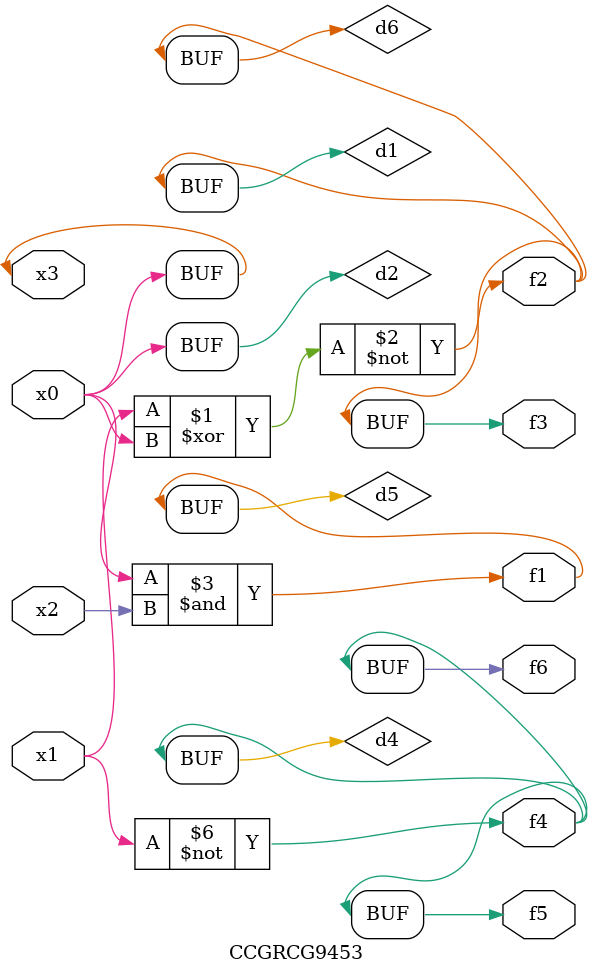
<source format=v>
module CCGRCG9453(
	input x0, x1, x2, x3,
	output f1, f2, f3, f4, f5, f6
);

	wire d1, d2, d3, d4, d5, d6;

	xnor (d1, x1, x3);
	buf (d2, x0, x3);
	nand (d3, x0, x2);
	not (d4, x1);
	nand (d5, d3);
	or (d6, d1);
	assign f1 = d5;
	assign f2 = d6;
	assign f3 = d6;
	assign f4 = d4;
	assign f5 = d4;
	assign f6 = d4;
endmodule

</source>
